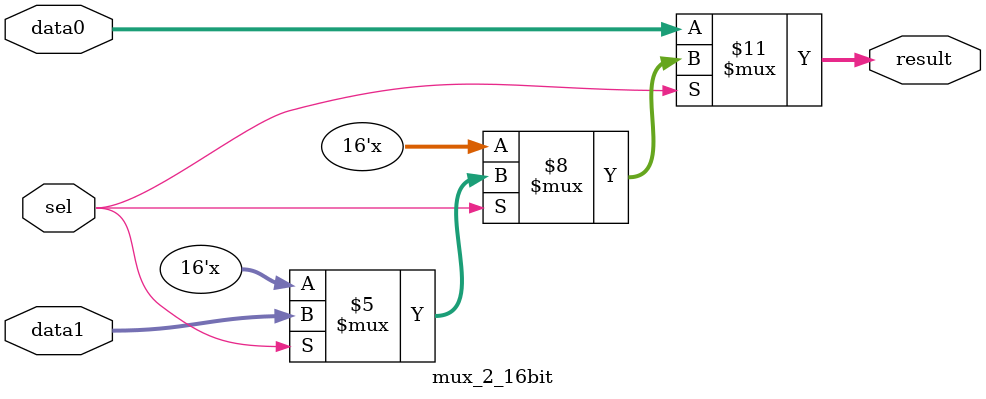
<source format=v>
/*
Anthony De Caria - September 26, 2016

This module creates a 16-bit two input Mux.
*/

module mux_2_16bit(data0, data1, sel, result);
	input [15:0] data0, data1;
	input sel;
	output reg [15:0] result;
	
	always@(*)
	begin
		if (sel == 1'b0)
		begin
			result = data0;
		end
		else if (sel == 1'b1)
		begin
			result = data1;
		end
	end
endmodule


</source>
